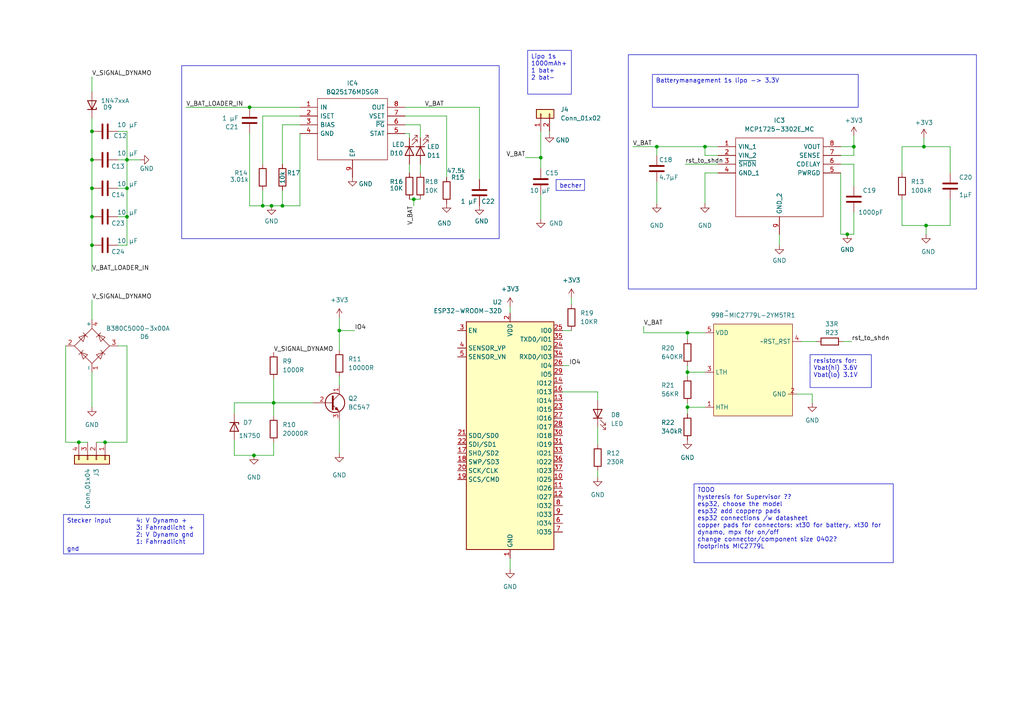
<source format=kicad_sch>
(kicad_sch (version 20230121) (generator eeschema)
  (paper "A4")
  (junction (at 327.025 45.72))
  (junction (at 26.67 54.61))
  (junction (at 245.745 67.945))
  (junction (at 199.39 118.11))
  (junction (at 199.39 107.95))
  (junction (at 26.67 38.1))
  (junction (at 190.5 42.545))
  (junction (at 76.2 59.69))
  (junction (at 424.18 60.325))
  (junction (at 36.83 54.61))
  (junction (at 156.845 45.72))
  (junction (at 79.375 116.84))
  (junction (at 389.255 67.945))
  (junction (at 348.615 70.485))
  (junction (at 397.51 67.945))
  (junction (at 98.425 95.885))
  (junction (at 30.48 128.27))
  (junction (at 78.74 59.69))
  (junction (at 506.73 60.325))
  (junction (at 513.08 60.325))
  (junction (at 493.395 127))
  (junction (at 22.86 128.27))
  (junction (at 335.915 85.725))
  (junction (at 523.24 52.07))
  (junction (at 332.105 123.825))
  (junction (at 73.66 132.08))
  (junction (at 493.395 60.325))
  (junction (at 26.67 71.12))
  (junction (at 268.605 65.405))
  (junction (at 441.96 60.325))
  (junction (at 26.67 62.865))
  (junction (at 327.66 45.72))
  (junction (at 120.015 57.785))
  (junction (at 481.965 145.415))
  (junction (at 431.8 60.325))
  (junction (at 417.83 60.325))
  (junction (at 339.725 123.825))
  (junction (at 340.36 45.72))
  (junction (at 247.65 42.545))
  (junction (at 330.835 45.72))
  (junction (at 335.915 45.72))
  (junction (at 550.545 60.325))
  (junction (at 36.83 62.865))
  (junction (at 26.67 46.355))
  (junction (at 81.915 59.69))
  (junction (at 204.47 42.545))
  (junction (at 199.39 96.52))
  (junction (at 72.39 31.115))
  (junction (at 449.58 60.325))
  (junction (at 36.83 46.355))
  (junction (at 267.97 42.545))
  (junction (at 449.58 62.865))
  (wire (pts (xy 26.67 54.61) (xy 26.67 46.355)))
  (wire (pts (xy 152.4 45.72) (xy 156.845 45.72)))
  (wire (pts (xy 515.62 145.415) (xy 515.62 127)))
  (wire (pts (xy 328.295 95.885) (xy 328.295 123.825)))
  (wire (pts (xy 353.695 67.945) (xy 389.255 67.945)))
  (wire (pts (xy 327.66 45.72) (xy 330.835 45.72)))
  (wire (pts (xy 199.39 96.52) (xy 186.69 96.52)))
  (wire (pts (xy 389.255 67.945) (xy 397.51 67.945)))
  (wire (pts (xy 261.62 65.405) (xy 261.62 57.785)))
  (wire (pts (xy 34.29 100.33) (xy 36.83 100.33)))
  (wire (pts (xy 36.83 46.355) (xy 36.83 38.1)))
  (wire (pts (xy 513.08 60.325) (xy 513.08 63.5)))
  (wire (pts (xy 79.375 116.84) (xy 79.375 120.65)))
  (wire (pts (xy 190.5 42.545) (xy 190.5 45.085)))
  (wire (pts (xy 588.01 52.07) (xy 588.01 84.455)))
  (wire (pts (xy 417.83 67.945) (xy 417.83 71.12)))
  (wire (pts (xy 19.05 128.27) (xy 22.86 128.27)))
  (wire (pts (xy 118.745 38.735) (xy 118.745 40.005)))
  (wire (pts (xy 199.39 106.045) (xy 199.39 107.95)))
  (wire (pts (xy 441.96 60.325) (xy 449.58 60.325)))
  (wire (pts (xy 381.635 60.325) (xy 385.445 60.325)))
  (wire (pts (xy 139.065 31.115) (xy 139.065 52.07)))
  (wire (pts (xy 208.28 45.085) (xy 204.47 45.085)))
  (wire (pts (xy 381.635 57.785) (xy 385.445 57.785)))
  (wire (pts (xy 335.915 45.72) (xy 340.36 45.72)))
  (wire (pts (xy 163.195 95.885) (xy 165.735 95.885)))
  (wire (pts (xy 565.785 74.295) (xy 577.215 74.295)))
  (wire (pts (xy 247.65 39.37) (xy 247.65 42.545)))
  (wire (pts (xy 268.605 65.405) (xy 261.62 65.405)))
  (wire (pts (xy 36.83 62.865) (xy 36.83 54.61)))
  (wire (pts (xy 98.425 92.075) (xy 98.425 95.885)))
  (wire (pts (xy 36.83 71.12) (xy 36.83 62.865)))
  (wire (pts (xy 275.59 57.785) (xy 275.59 65.405)))
  (wire (pts (xy 261.62 42.545) (xy 261.62 50.165)))
  (wire (pts (xy 247.65 61.595) (xy 247.65 67.945)))
  (wire (pts (xy 199.39 118.11) (xy 199.39 120.015)))
  (wire (pts (xy 26.67 71.12) (xy 26.67 62.865)))
  (wire (pts (xy 204.47 118.11) (xy 199.39 118.11)))
  (wire (pts (xy 26.67 86.995) (xy 26.67 92.71)))
  (wire (pts (xy 190.5 42.545) (xy 204.47 42.545)))
  (wire (pts (xy 431.8 70.485) (xy 431.8 68.58)))
  (wire (pts (xy 327.66 45.72) (xy 327.025 45.72)))
  (wire (pts (xy 550.545 60.325) (xy 550.545 69.215)))
  (wire (pts (xy 348.615 70.485) (xy 348.615 60.325)))
  (wire (pts (xy 19.05 100.33) (xy 19.05 128.27)))
  (wire (pts (xy 268.605 65.405) (xy 268.605 67.945)))
  (wire (pts (xy 79.375 132.08) (xy 79.375 128.27)))
  (wire (pts (xy 121.92 47.625) (xy 121.92 50.165)))
  (wire (pts (xy 199.39 118.11) (xy 199.39 116.84)))
  (wire (pts (xy 496.57 65.405) (xy 496.57 67.31)))
  (wire (pts (xy 577.215 60.325) (xy 550.545 60.325)))
  (wire (pts (xy 79.375 116.84) (xy 67.945 116.84)))
  (wire (pts (xy 261.62 42.545) (xy 267.97 42.545)))
  (wire (pts (xy 26.67 46.355) (xy 26.67 38.1)))
  (wire (pts (xy 235.585 114.3) (xy 235.585 116.84)))
  (wire (pts (xy 81.915 55.245) (xy 81.915 59.69)))
  (wire (pts (xy 267.97 40.005) (xy 267.97 42.545)))
  (wire (pts (xy 183.515 42.545) (xy 190.5 42.545)))
  (wire (pts (xy 339.725 123.825) (xy 346.075 123.825)))
  (wire (pts (xy 118.745 38.735) (xy 117.475 38.735)))
  (wire (pts (xy 328.295 123.825) (xy 332.105 123.825)))
  (wire (pts (xy 72.39 31.115) (xy 86.995 31.115)))
  (wire (pts (xy 243.84 50.165) (xy 243.84 67.945)))
  (wire (pts (xy 243.84 45.085) (xy 247.65 45.085)))
  (wire (pts (xy 204.47 50.165) (xy 204.47 59.055)))
  (wire (pts (xy 550.545 140.335) (xy 550.545 156.845)))
  (wire (pts (xy 506.73 73.025) (xy 506.73 97.155)))
  (wire (pts (xy 577.215 60.325) (xy 577.215 64.135)))
  (wire (pts (xy 448.945 67.945) (xy 448.945 76.835)))
  (wire (pts (xy 366.395 85.725) (xy 366.395 108.585)))
  (wire (pts (xy 22.86 128.27) (xy 25.4 128.27)))
  (wire (pts (xy 513.08 71.12) (xy 513.08 96.52)))
  (wire (pts (xy 565.785 92.075) (xy 575.945 92.075)))
  (wire (pts (xy 493.395 120.015) (xy 493.395 127)))
  (wire (pts (xy 81.915 36.195) (xy 86.995 36.195)))
  (wire (pts (xy 81.915 59.69) (xy 86.995 59.69)))
  (wire (pts (xy 117.475 31.115) (xy 139.065 31.115)))
  (wire (pts (xy 36.83 46.355) (xy 34.29 46.355)))
  (wire (pts (xy 481.965 127) (xy 481.965 133.35)))
  (wire (pts (xy 565.785 84.455) (xy 588.01 84.455)))
  (wire (pts (xy 493.395 139.7) (xy 493.395 145.415)))
  (wire (pts (xy 73.66 132.08) (xy 79.375 132.08)))
  (wire (pts (xy 493.395 60.325) (xy 506.73 60.325)))
  (wire (pts (xy 575.945 102.235) (xy 575.945 107.315)))
  (wire (pts (xy 226.06 67.945) (xy 226.06 71.12)))
  (wire (pts (xy 98.425 109.22) (xy 98.425 111.76)))
  (wire (pts (xy 340.36 45.72) (xy 385.445 45.72)))
  (wire (pts (xy 335.915 85.725) (xy 335.915 88.265)))
  (wire (pts (xy 515.62 127) (xy 493.395 127)))
  (wire (pts (xy 173.355 113.665) (xy 173.355 116.205)))
  (wire (pts (xy 173.355 136.525) (xy 173.355 138.43)))
  (wire (pts (xy 389.255 78.105) (xy 389.255 75.565)))
  (wire (pts (xy 493.395 60.325) (xy 493.395 62.865)))
  (wire (pts (xy 36.83 54.61) (xy 36.83 46.355)))
  (wire (pts (xy 588.01 52.07) (xy 523.24 52.07)))
  (wire (pts (xy 72.39 59.69) (xy 72.39 38.735)))
  (wire (pts (xy 36.83 62.865) (xy 34.29 62.865)))
  (wire (pts (xy 156.845 38.1) (xy 156.845 45.72)))
  (wire (pts (xy 327.025 45.72) (xy 321.31 45.72)))
  (wire (pts (xy 330.835 45.72) (xy 330.835 61.595)))
  (wire (pts (xy 156.845 56.515) (xy 156.845 63.5)))
  (wire (pts (xy 204.47 96.52) (xy 199.39 96.52)))
  (wire (pts (xy 523.24 52.07) (xy 523.24 80.645)))
  (wire (pts (xy 493.395 60.325) (xy 493.395 52.07)))
  (wire (pts (xy 78.74 59.69) (xy 81.915 59.69)))
  (wire (pts (xy 247.65 47.625) (xy 247.65 53.975)))
  (wire (pts (xy 190.5 52.705) (xy 190.5 59.055)))
  (wire (pts (xy 72.39 59.69) (xy 76.2 59.69)))
  (wire (pts (xy 81.915 47.625) (xy 81.915 36.195)))
  (wire (pts (xy 424.18 60.325) (xy 431.8 60.325)))
  (wire (pts (xy 36.83 100.33) (xy 36.83 128.27)))
  (wire (pts (xy 36.83 46.355) (xy 40.64 46.355)))
  (wire (pts (xy 36.83 38.1) (xy 34.29 38.1)))
  (wire (pts (xy 78.74 59.69) (xy 76.2 59.69)))
  (wire (pts (xy 481.965 145.415) (xy 481.965 165.1)))
  (wire (pts (xy 488.95 62.865) (xy 493.395 62.865)))
  (wire (pts (xy 199.39 107.95) (xy 199.39 109.22)))
  (wire (pts (xy 471.17 85.725) (xy 471.17 88.9)))
  (wire (pts (xy 26.67 62.865) (xy 26.67 54.61)))
  (wire (pts (xy 231.14 114.3) (xy 235.585 114.3)))
  (wire (pts (xy 120.015 57.785) (xy 121.92 57.785)))
  (wire (pts (xy 208.28 50.165) (xy 204.47 50.165)))
  (wire (pts (xy 232.41 99.06) (xy 236.855 99.06)))
  (wire (pts (xy 244.475 99.06) (xy 247.015 99.06)))
  (wire (pts (xy 453.39 65.405) (xy 449.58 65.405)))
  (wire (pts (xy 424.18 60.325) (xy 417.83 60.325)))
  (wire (pts (xy 488.95 60.325) (xy 493.395 60.325)))
  (wire (pts (xy 493.395 127) (xy 481.965 127)))
  (wire (pts (xy 340.36 54.61) (xy 340.36 57.785)))
  (wire (pts (xy 431.8 60.325) (xy 431.8 60.96)))
  (wire (pts (xy 506.73 60.325) (xy 506.73 65.405)))
  (wire (pts (xy 371.475 70.485) (xy 385.445 70.485)))
  (wire (pts (xy 247.65 42.545) (xy 247.65 45.085)))
  (wire (pts (xy 118.745 57.785) (xy 120.015 57.785)))
  (wire (pts (xy 353.695 62.865) (xy 353.695 67.945)))
  (wire (pts (xy 523.24 88.265) (xy 523.24 140.335)))
  (wire (pts (xy 493.395 127) (xy 493.395 132.08)))
  (wire (pts (xy 204.47 42.545) (xy 204.47 45.085)))
  (wire (pts (xy 577.215 74.295) (xy 577.215 71.755)))
  (wire (pts (xy 353.695 57.785) (xy 348.615 57.785)))
  (wire (pts (xy 245.745 67.945) (xy 247.65 67.945)))
  (wire (pts (xy 493.395 52.07) (xy 523.24 52.07)))
  (wire (pts (xy 340.36 45.72) (xy 340.36 46.99)))
  (wire (pts (xy 163.195 113.665) (xy 173.355 113.665)))
  (wire (pts (xy 36.83 71.12) (xy 34.29 71.12)))
  (wire (pts (xy 335.915 78.105) (xy 335.915 85.725)))
  (wire (pts (xy 186.69 96.52) (xy 186.69 94.615)))
  (wire (pts (xy 397.51 57.15) (xy 397.51 67.945)))
  (wire (pts (xy 76.2 33.655) (xy 76.2 47.625)))
  (wire (pts (xy 30.48 128.27) (xy 36.83 128.27)))
  (wire (pts (xy 102.87 95.885) (xy 98.425 95.885)))
  (wire (pts (xy 208.28 42.545) (xy 204.47 42.545)))
  (wire (pts (xy 243.84 67.945) (xy 245.745 67.945)))
  (wire (pts (xy 90.805 116.84) (xy 79.375 116.84)))
  (wire (pts (xy 441.96 67.945) (xy 441.96 71.12)))
  (wire (pts (xy 26.67 71.12) (xy 26.67 78.74)))
  (wire (pts (xy 26.67 38.1) (xy 26.67 34.29)))
  (wire (pts (xy 385.445 45.72) (xy 385.445 57.785)))
  (wire (pts (xy 268.605 65.405) (xy 275.59 65.405)))
  (wire (pts (xy 348.615 70.485) (xy 348.615 73.025)))
  (wire (pts (xy 147.955 88.9) (xy 147.955 90.805)))
  (wire (pts (xy 397.51 67.945) (xy 406.4 67.945)))
  (wire (pts (xy 453.39 67.945) (xy 448.945 67.945)))
  (wire (pts (xy 173.355 123.825) (xy 173.355 128.905)))
  (wire (pts (xy 488.95 67.945) (xy 488.95 95.885)))
  (wire (pts (xy 493.395 108.585) (xy 493.395 112.395)))
  (wire (pts (xy 275.59 42.545) (xy 275.59 50.165)))
  (wire (pts (xy 129.54 33.655) (xy 129.54 51.435)))
  (wire (pts (xy 343.535 95.885) (xy 346.075 95.885)))
  (wire (pts (xy 449.58 62.865) (xy 449.58 60.325)))
  (wire (pts (xy 156.845 45.72) (xy 156.845 48.895)))
  (wire (pts (xy 575.945 92.075) (xy 575.945 94.615)))
  (wire (pts (xy 26.67 107.95) (xy 26.67 118.11)))
  (wire (pts (xy 120.015 57.785) (xy 120.015 59.69)))
  (wire (pts (xy 337.185 123.825) (xy 339.725 123.825)))
  (wire (pts (xy 147.955 161.925) (xy 147.955 165.1)))
  (wire (pts (xy 406.4 60.325) (xy 417.83 60.325)))
  (wire (pts (xy 36.83 54.61) (xy 34.29 54.61)))
  (wire (pts (xy 330.835 45.72) (xy 335.915 45.72)))
  (wire (pts (xy 449.58 62.865) (xy 449.58 65.405)))
  (wire (pts (xy 67.945 116.84) (xy 67.945 120.015)))
  (wire (pts (xy 118.745 47.625) (xy 118.745 50.165)))
  (wire (pts (xy 366.395 108.585) (xy 493.395 108.585)))
  (wire (pts (xy 86.995 59.69) (xy 86.995 38.735)))
  (wire (pts (xy 76.2 55.245) (xy 76.2 59.69)))
  (wire (pts (xy 79.375 109.855) (xy 79.375 116.84)))
  (wire (pts (xy 330.835 72.39) (xy 330.835 69.215)))
  (wire (pts (xy 267.97 42.545) (xy 275.59 42.545)))
  (wire (pts (xy 327.025 39.37) (xy 327.025 38.1)))
  (wire (pts (xy 332.105 123.825) (xy 334.645 123.825)))
  (wire (pts (xy 496.57 74.93) (xy 496.57 95.885)))
  (wire (pts (xy 385.445 70.485) (xy 385.445 60.325)))
  (wire (pts (xy 27.94 128.27) (xy 30.48 128.27)))
  (wire (pts (xy 26.67 26.67) (xy 26.67 22.225)))
  (wire (pts (xy 453.39 62.865) (xy 449.58 62.865)))
  (wire (pts (xy 481.965 145.415) (xy 493.395 145.415)))
  (wire (pts (xy 431.8 60.325) (xy 441.96 60.325)))
  (wire (pts (xy 98.425 95.885) (xy 98.425 101.6)))
  (wire (pts (xy 199.39 107.95) (xy 204.47 107.95)))
  (wire (pts (xy 67.945 127.635) (xy 67.945 132.08)))
  (wire (pts (xy 513.08 60.325) (xy 550.545 60.325)))
  (wire (pts (xy 523.24 150.495) (xy 523.24 159.385)))
  (wire (pts (xy 159.385 38.1) (xy 159.385 38.735)))
  (wire (pts (xy 424.18 67.945) (xy 424.18 69.85)))
  (wire (pts (xy 488.95 65.405) (xy 496.57 65.405)))
  (wire (pts (xy 335.915 103.505) (xy 335.915 113.665)))
  (wire (pts (xy 86.995 33.655) (xy 76.2 33.655)))
  (wire (pts (xy 348.615 60.325) (xy 353.695 60.325)))
  (wire (pts (xy 406.4 67.945) (xy 406.4 60.325)))
  (wire (pts (xy 165.735 86.36) (xy 165.735 88.265)))
  (wire (pts (xy 198.755 47.625) (xy 208.28 47.625)))
  (wire (pts (xy 98.425 131.445) (xy 98.425 121.92)))
  (wire (pts (xy 243.84 42.545) (xy 247.65 42.545)))
  (wire (pts (xy 400.05 57.15) (xy 400.05 57.785)))
  (wire (pts (xy 506.73 60.325) (xy 513.08 60.325)))
  (wire (pts (xy 340.36 57.785) (xy 340.995 57.785)))
  (wire (pts (xy 117.475 36.195) (xy 121.92 36.195)))
  (wire (pts (xy 481.965 140.97) (xy 481.965 145.415)))
  (wire (pts (xy 346.075 95.885) (xy 346.075 123.825)))
  (wire (pts (xy 335.915 45.72) (xy 335.915 70.485)))
  (wire (pts (xy 53.975 31.115) (xy 72.39 31.115)))
  (wire (pts (xy 449.58 60.325) (xy 453.39 60.325)))
  (wire (pts (xy 199.39 96.52) (xy 199.39 98.425)))
  (wire (pts (xy 67.945 132.08) (xy 73.66 132.08)))
  (wire (pts (xy 363.855 70.485) (xy 348.615 70.485)))
  (wire (pts (xy 163.195 106.045) (xy 165.1 106.045)))
  (wire (pts (xy 117.475 33.655) (xy 129.54 33.655)))
  (wire (pts (xy 243.84 47.625) (xy 247.65 47.625)))
  (wire (pts (xy 121.92 36.195) (xy 121.92 40.005)))
  (wire (pts (xy 335.915 85.725) (xy 366.395 85.725)))
  (wire (pts (xy 575.945 114.935) (xy 575.945 156.845)))
  (rectangle (start 182.245 15.875) (end 283.21 83.82))
  (rectangle (start 321.945 36.195) (end 393.7 83.185))
  (rectangle (start 371.475 117.475) (end 427.355 155.575))
  (rectangle (start 415.29 33.02) (end 517.525 105.41))
  (rectangle (start 52.705 19.05) (end 144.78 69.215))
  (rectangle (start 433.705 106.68) (end 533.4 165.1))
  (rectangle (start 447.675 129.54) (end 447.675 129.54))
  (text_box "Batterymanagement 1s lipo -> 3.3V" (at 189.23 21.59 0) (size 59.69 9.525) (effects (font (size 1.27 1.27)) (justify left top)))
  (text_box "Lipo loader" (at 346.71 41.275 0) (size 25.4 3.81) (effects (font (size 1.27 1.27)) (justify left top)))
  (text_box "The frequency of the hub dynamo will trigger Q1 which will enable us to see the frequency in the IO of the esp32" (at 438.785 118.745 0) (size 26.035 29.21) (effects (font (size 1.27 1.27)) (justify left top)))
  (text_box "becher" (at 161.29 52.07 0) (size 8.255 3.175) (effects (font (size 1.27 1.27)) (justify left top)))
  (text_box "TODO\nhysteresis for Supervisor ??\nesp32, choose the model\nesp32 add copperp pads\nesp32 connections /w datasheet\ncopper pads for connectors: xt30 for battery, xt30 for dynamo, mpx for on/off\nchange connector/component size 0402?\nfootprints MIC2779L\n" (at 201.295 140.335 0) (size 57.785 22.86) (effects (font (size 1.27 1.27)) (justify left top)))
  (text_box "Lipo 1s 1000mAh+\n1 bat+ \n2 bat-" (at 153.035 14.605 0) (size 12.7 12.7) (effects (font (size 1.27 1.27)) (justify left top)))
  (text_box "Stecker input	4: V Dynamo +\n			  	3: Fahrradlicht +\n				2: V Dynamo gnd\n				1: Fahrradlicht gnd" (at 327.66 144.78 0) (size 40.64 11.43) (effects (font (size 1.27 1.27)) (justify left top)))
  (text_box "Stecker input	4: V Dynamo +\n			  	3: Fahrradlicht +\n				2: V Dynamo gnd\n				1: Fahrradlicht gnd" (at 18.415 149.225 0) (size 40.64 11.43) (effects (font (size 1.27 1.27)) (justify left top)))
  (text_box "Lipo 1s 1000mAh+\n1 bat+ \n2 bat-" (at 396.875 37.465 0) (size 12.7 12.7) (effects (font (size 1.27 1.27)) (justify left top)))
  (text_box "Batterymanagement 1s lipo -> 3.3V" (at 434.34 39.37 0) (size 59.69 9.525) (effects (font (size 1.27 1.27)) (justify left top)))
  (text_box "TODO\ncheck if all gnd are supposed to be the same\nwhat to do with SHDN on MCP1725\nspannungsbegrenzung für Lipo lader (Z diode?)\nprogrammierpins/bus für esp32 " (at 373.38 120.015 0) (size 52.07 33.655) (effects (font (size 1.27 1.27)) (justify left top)))
  (text_box "resistors for:\nVbat(hi) 3.6V\nVbat(lo) 3.1V" (at 234.95 102.87 0) (size 17.78 9.525) (effects (font (size 1.27 1.27)) (justify left top)))
  (label "IO4" (at 102.87 95.885 0))
  (label "V_SIGNAL_DYNAMO" (at 26.67 22.225 0))
  (label "V_BAT" (at 123.19 31.115 0))
  (label "V_BAT" (at 183.515 42.545 0))
  (label "V_SIGNAL_DYNAMO" (at 79.375 102.235 0))
  (label "V_BAT" (at 152.4 45.72 180))
  (label "V_BAT_LOADER_IN" (at 53.975 31.115 0))
  (label "V_BAT" (at 186.69 94.615 0))
  (label "V_SIGNAL_DYNAMO" (at 26.67 86.995 0))
  (label "rst_to_shdn" (at 198.755 47.625 0))
  (label "V_BAT_LOADER_IN" (at 26.67 78.74 0))
  (label "rst_to_shdn" (at 247.015 99.06 0))
  (label "V_BAT" (at 120.015 59.69 270))
  (label "IO4" (at 165.1 106.045 0))
  (symbol (lib_id "Device:C") (at 30.48 38.1 90) (mirror x) (unit 1)
    (property "Reference" "C12" (at 36.83 39.37 90) (effects (justify left)))
    (property "Value" "10 μF" (at 40.005 36.195 90) (effects (justify left)))
    (property "Footprint" "Capacitor_THT:C_Rect_L16.5mm_W4.7mm_P15.00mm_MKT" (effects hide))
  )
  (symbol (lib_id "power:GND") (at 73.66 132.08 0) (unit 1)
    (property "Reference" "#PWR024" (effects hide))
    (property "Value" "GND" (at 73.66 138.43 0))
  )
  (symbol (lib_id "power:GND") (at 330.835 72.39 0) (unit 1)
    (property "Reference" "#PWR04" (effects hide))
    (property "Value" "GND" (at 330.835 78.74 0))
  )
  (symbol (lib_id "Device:R") (at 367.665 70.485 270) (unit 1)
    (property "Reference" "R2" (at 370.205 73.025 90))
    (property "Value" "2000R" (at 363.855 73.025 90))
    (property "Footprint" "Resistor_SMD:R_0805_2012Metric_Pad1.20x1.40mm_HandSolder" (effects hide))
  )
  (symbol (lib_id "Diode:1N47xxA") (at 26.67 30.48 270) (mirror x) (unit 1)
    (property "Reference" "D9" (at 29.845 31.115 90) (effects (justify left)))
    (property "Value" "1N47xxA" (at 29.21 29.21 90) (effects (justify left)))
    (property "Footprint" "Diode_THT:D_DO-41_SOD81_P10.16mm_Horizontal" (effects hide))
    (property "Datasheet" "https://www.vishay.com/docs/85816/1n4728a.pdf" (effects hide))
  )
  (symbol (lib_id "power:GND") (at 550.545 156.845 0) (unit 1)
    (property "Reference" "#PWR021" (effects hide))
    (property "Value" "GND" (at 550.545 161.925 0))
  )
  (symbol (lib_id "Connector_Generic:Conn_01x02") (at 397.51 52.07 90) (unit 1)
    (property "Reference" "J2" (at 403.225 50.8 90) (effects (justify right)))
    (property "Value" "Conn_01x02" (at 403.225 53.34 90) (effects (justify right)))
  )
  (symbol (lib_id "Device:R") (at 79.375 106.045 0) (unit 1)
    (property "Reference" "R9" (at 81.915 104.775 0) (effects (justify left)))
    (property "Value" "1000R" (at 81.915 107.315 0) (effects (justify left)))
    (property "Footprint" "Resistor_SMD:R_0805_2012Metric_Pad1.20x1.40mm_HandSolder" (effects hide))
  )
  (symbol (lib_id "power:GND") (at 481.965 165.1 0) (unit 1)
    (property "Reference" "#PWR015" (effects hide))
    (property "Value" "GND" (at 481.965 170.18 0))
  )
  (symbol (lib_id "power:GND") (at 190.5 59.055 0) (unit 1)
    (property "Reference" "#PWR035" (effects hide))
    (property "Value" "GND" (at 190.5 65.405 0))
  )
  (symbol (lib_id "power:GND") (at 488.95 95.885 0) (unit 1)
    (property "Reference" "#PWR016" (effects hide))
    (property "Value" "GND" (at 489.585 100.965 0))
  )
  (symbol (lib_id "Device:LED") (at 173.355 120.015 90) (unit 1)
    (property "Reference" "D8" (at 177.165 120.3325 90) (effects (justify right)))
    (property "Value" "LED" (at 177.165 122.8725 90) (effects (justify right)))
  )
  (symbol (lib_id "Device:R") (at 165.735 92.075 0) (unit 1)
    (property "Reference" "R19" (at 168.275 90.805 0) (effects (justify left)))
    (property "Value" "10KR" (at 168.275 93.345 0) (effects (justify left)))
    (property "Footprint" "Resistor_SMD:R_0805_2012Metric_Pad1.20x1.40mm_HandSolder" (effects hide))
  )
  (symbol (lib_id "power:GND") (at 78.74 59.69 0) (unit 1)
    (property "Reference" "#PWR038" (effects hide))
    (property "Value" "GND" (at 78.74 64.135 0))
  )
  (symbol (lib_id "Device:C") (at 139.065 55.88 0) (mirror y) (unit 1)
    (property "Reference" "C22" (at 143.51 58.42 0) (effects (justify left)))
    (property "Value" "1 μF" (at 138.43 58.42 0) (effects (justify left)))
    (property "Footprint" "Capacitor_THT:C_Rect_L16.5mm_W4.7mm_P15.00mm_MKT" (effects hide))
  )
  (symbol (lib_id "Device:C") (at 327.66 49.53 0) (unit 1)
    (property "Reference" "C3" (at 328.295 47.625 0) (effects (justify left)))
    (property "Value" "10 μF" (at 325.12 52.07 0) (effects (justify left)))
    (property "Footprint" "Capacitor_THT:C_Rect_L16.5mm_W4.7mm_P15.00mm_MKT" (effects hide))
  )
  (symbol (lib_id "Device:R") (at 493.395 135.89 0) (unit 1)
    (property "Reference" "R4" (at 495.935 134.62 0) (effects (justify left)))
    (property "Value" "20000R" (at 495.935 137.16 0) (effects (justify left)))
    (property "Footprint" "Resistor_SMD:R_0805_2012Metric_Pad1.20x1.40mm_HandSolder" (effects hide))
  )
  (symbol (lib_id "Device:C") (at 417.83 64.135 0) (unit 1)
    (property "Reference" "C6" (at 418.465 61.595 0) (effects (justify left)))
    (property "Value" "10 μF" (at 412.115 66.675 0) (effects (justify left)))
    (property "Footprint" "Capacitor_THT:C_Rect_L16.5mm_W4.7mm_P15.00mm_MKT" (effects hide))
  )
  (symbol (lib_id "Diode_Bridge:B380C5000-3x00A") (at 26.67 100.33 90) (unit 1)
    (property "Reference" "D6" (at 41.91 97.6377 90))
    (property "Value" "B380C5000-3x00A" (at 40.005 95.25 90))
    (property "Footprint" "Diode_THT:Diode_Bridge_32.0x5.6x17.0mm_P10.0mm_P7.5mm" (effects hide))
    (property "Datasheet" "https://diotec.com/tl_files/diotec/files/pdf/datasheets/b40c500033" (effects hide))
  )
  (symbol (lib_id "Device:R") (at 98.425 105.41 0) (unit 1)
    (property "Reference" "R11" (at 100.965 104.14 0) (effects (justify left)))
    (property "Value" "10000R" (at 100.965 106.68 0) (effects (justify left)))
    (property "Footprint" "Resistor_SMD:R_0805_2012Metric_Pad1.20x1.40mm_HandSolder" (effects hide))
  )
  (symbol (lib_id "Device:C") (at 190.5 48.895 0) (unit 1)
    (property "Reference" "C18" (at 191.135 46.355 0) (effects (justify left)))
    (property "Value" "4.7μF" (at 191.135 51.435 0) (effects (justify left)))
    (property "Footprint" "Capacitor_THT:C_Rect_L16.5mm_W4.7mm_P15.00mm_MKT" (effects hide))
  )
  (symbol (lib_id "power:GND") (at 226.06 71.12 0) (unit 1)
    (property "Reference" "#PWR037" (effects hide))
    (property "Value" "GND" (at 226.06 75.565 0))
  )
  (symbol (lib_id "Device:C") (at 330.835 65.405 0) (unit 1)
    (property "Reference" "C4" (at 325.755 61.595 0) (effects (justify left)))
    (property "Value" "4.7μF" (at 323.85 64.135 0) (effects (justify left)))
    (property "Footprint" "Capacitor_THT:C_Rect_L16.5mm_W4.7mm_P15.00mm_MKT" (effects hide))
  )
  (symbol (lib_id "Device:LED") (at 118.745 43.815 90) (mirror x) (unit 1)
    (property "Reference" "D10" (at 113.03 44.45 90) (effects (justify right)))
    (property "Value" "LED" (at 113.665 41.91 90) (effects (justify right)))
  )
  (symbol (lib_id "New_Library:998-MIC2779L-2YM5TR") (at 218.44 102.87 0) (unit 1)
    (property "Reference" "998-MIC2779L-2YM5TR1" (at 218.44 91.44 0))
    (property "Value" "~" (at 210.82 90.17 0))
  )
  (symbol (lib_id "Device:C") (at 156.845 52.705 0) (unit 1)
    (property "Reference" "C15" (at 158.115 50.165 0) (effects (justify left)))
    (property "Value" "10 μF" (at 153.67 55.245 0) (effects (justify left)))
    (property "Footprint" "Capacitor_THT:C_Rect_L16.5mm_W4.7mm_P15.00mm_MKT" (effects hide))
  )
  (symbol (lib_id "power:GND") (at 156.845 63.5 0) (unit 1)
    (property "Reference" "#PWR031" (effects hide))
    (property "Value" "GND" (at 161.29 64.77 0))
  )
  (symbol (lib_id "power:GND") (at 235.585 116.84 0) (unit 1)
    (property "Reference" "#PWR046" (effects hide))
    (property "Value" "GND" (at 235.585 121.92 0))
  )
  (symbol (lib_id "Device:C") (at 30.48 46.355 90) (mirror x) (unit 1)
    (property "Reference" "C13" (at 36.195 48.26 90) (effects (justify left)))
    (property "Value" "10 μF" (at 40.005 44.45 90) (effects (justify left)))
    (property "Footprint" "Capacitor_THT:C_Rect_L16.5mm_W4.7mm_P15.00mm_MKT" (effects hide))
  )
  (symbol (lib_id "power:GND") (at 496.57 95.885 0) (unit 1)
    (property "Reference" "#PWR017" (effects hide))
    (property "Value" "GND" (at 497.205 100.965 0))
  )
  (symbol (lib_id "power:GND") (at 98.425 131.445 0) (unit 1)
    (property "Reference" "#PWR029" (effects hide))
    (property "Value" "GND" (at 98.425 137.795 0))
  )
  (symbol (lib_id "power:GND") (at 348.615 73.025 0) (unit 1)
    (property "Reference" "#PWR06" (effects hide))
    (property "Value" "GND" (at 348.615 79.375 0))
  )
  (symbol (lib_id "power:GND") (at 129.54 59.055 0) (unit 1)
    (property "Reference" "#PWR039" (effects hide))
    (property "Value" "GND" (at 128.905 64.77 0))
  )
  (symbol (lib_id "Device:R") (at 118.745 53.975 0) (unit 1)
    (property "Reference" "R16" (at 113.03 52.705 0) (effects (justify left)))
    (property "Value" "10K" (at 113.03 54.61 0) (effects (justify left)))
    (property "Footprint" "Resistor_SMD:R_0805_2012Metric_Pad1.20x1.40mm_HandSolder" (effects hide))
  )
  (symbol (lib_id "Device:R") (at 523.24 84.455 0) (unit 1)
    (property "Reference" "R6" (at 525.78 83.185 0) (effects (justify left)))
    (property "Value" "10000R" (at 525.78 85.725 0) (effects (justify left)))
    (property "Footprint" "Resistor_SMD:R_0805_2012Metric_Pad1.20x1.40mm_HandSolder" (effects hide))
  )
  (symbol (lib_id "Device:R") (at 575.945 111.125 0) (unit 1)
    (property "Reference" "R7" (at 578.485 109.855 0) (effects (justify left)))
    (property "Value" "230R" (at 578.485 112.395 0) (effects (justify left)))
  )
  (symbol (lib_id "Device:R") (at 344.805 57.785 270) (unit 1)
    (property "Reference" "R1" (at 346.075 59.69 0) (effects (justify left)))
    (property "Value" "470R" (at 343.535 59.69 0) (effects (justify left)))
  )
  (symbol (lib_id "Diode:1N53xxB") (at 67.945 123.825 270) (unit 1)
    (property "Reference" "D7" (at 70.485 122.555 90) (effects (justify left)))
    (property "Value" "1N750" (at 69.215 126.365 90) (effects (justify left)))
    (property "Footprint" "Diode_THT:D_DO-201_P15.24mm_Horizontal" (effects hide))
    (property "Datasheet" "https://diotec.com/tl_files/diotec/files/pdf/datasheets/1n5345b.pdf" (effects hide))
  )
  (symbol (lib_id "power:+3V3") (at 267.97 40.005 0) (unit 1)
    (property "Reference" "#PWR034" (effects hide))
    (property "Value" "+3V3" (at 267.97 35.56 0))
  )
  (symbol (lib_id "Device:R") (at 199.39 123.825 0) (unit 1)
    (property "Reference" "R22" (at 191.77 122.555 0) (effects (justify left)))
    (property "Value" "340kR" (at 191.77 125.095 0) (effects (justify left)))
    (property "Footprint" "Resistor_SMD:R_0805_2012Metric_Pad1.20x1.40mm_HandSolder" (effects hide))
  )
  (symbol (lib_id "Diode:1N53xxB") (at 481.965 137.16 270) (unit 1)
    (property "Reference" "D4" (at 484.505 135.89 90) (effects (justify left)))
    (property "Value" "1N750" (at 483.235 139.7 90) (effects (justify left)))
    (property "Footprint" "Diode_THT:D_DO-201_P15.24mm_Horizontal" (effects hide))
    (property "Datasheet" "https://diotec.com/tl_files/diotec/files/pdf/datasheets/1n5345b.pdf" (effects hide))
  )
  (symbol (lib_id "power:GND") (at 26.67 118.11 0) (unit 1)
    (property "Reference" "#PWR023" (effects hide))
    (property "Value" "GND" (at 26.67 123.19 0))
  )
  (symbol (lib_id "Transistor_BJT:BC547") (at 520.7 145.415 0) (unit 1)
    (property "Reference" "Q1" (at 525.78 144.145 0) (effects (justify left)))
    (property "Value" "BC547" (at 525.78 146.685 0) (effects (justify left)))
    (property "Footprint" "Package_TO_SOT_THT:TO-92_Inline" (effects hide))
    (property "Datasheet" "https://www.onsemi.com/pub/Collateral/BC550-D.pdf" (effects hide))
  )
  (symbol (lib_id "power:GND") (at 335.915 113.665 0) (unit 1)
    (property "Reference" "#PWR05" (effects hide))
    (property "Value" "GND" (at 335.915 118.745 0))
  )
  (symbol (lib_id "Device:C") (at 389.255 71.755 0) (unit 1)
    (property "Reference" "C5" (at 382.905 73.025 0) (effects (justify left)))
    (property "Value" "4.7μF" (at 382.27 76.2 0) (effects (justify left)))
    (property "Footprint" "Capacitor_THT:C_Rect_L16.5mm_W4.7mm_P15.00mm_MKT" (effects hide))
  )
  (symbol (lib_id "power:GND") (at 173.355 138.43 0) (unit 1)
    (property "Reference" "#PWR027" (effects hide))
    (property "Value" "GND" (at 173.355 143.51 0))
  )
  (symbol (lib_id "Device:C") (at 321.31 49.53 0) (unit 1)
    (property "Reference" "C1" (at 321.945 47.625 0) (effects (justify left)))
    (property "Value" "10 μF" (at 318.77 52.07 0) (effects (justify left)))
    (property "Footprint" "Capacitor_THT:C_Rect_L16.5mm_W4.7mm_P15.00mm_MKT" (effects hide))
  )
  (symbol (lib_id "Device:R") (at 79.375 124.46 0) (unit 1)
    (property "Reference" "R10" (at 81.915 123.19 0) (effects (justify left)))
    (property "Value" "20000R" (at 81.915 125.73 0) (effects (justify left)))
    (property "Footprint" "Resistor_SMD:R_0805_2012Metric_Pad1.20x1.40mm_HandSolder" (effects hide))
  )
  (symbol (lib_id "power:GND") (at 159.385 38.735 0) (unit 1)
    (property "Reference" "#PWR030" (effects hide))
    (property "Value" "GND" (at 163.195 40.64 0))
  )
  (symbol (lib_id "power:+3V3") (at 98.425 92.075 0) (unit 1)
    (property "Reference" "#PWR025" (effects hide))
    (property "Value" "+3V3" (at 98.425 86.995 0))
  )
  (symbol (lib_id "Diode:1N47xxA") (at 335.915 74.295 270) (unit 1)
    (property "Reference" "D1" (at 339.09 71.755 90) (effects (justify left)))
    (property "Value" "1N47xxA" (at 337.82 74.93 90) (effects (justify left)))
    (property "Footprint" "Diode_THT:D_DO-41_SOD81_P10.16mm_Horizontal" (effects hide))
    (property "Datasheet" "https://www.vishay.com/docs/85816/1n4728a.pdf" (effects hide))
  )
  (symbol (lib_id "Connector_Generic:Conn_01x04") (at 27.94 133.35 270) (unit 1)
    (property "Reference" "J3" (at 27.94 135.89 0) (effects (justify left)))
    (property "Value" "Conn_01x04" (at 25.4 135.89 0) (effects (justify left)))
  )
  (symbol (lib_id "Connector_Generic:Conn_01x04") (at 337.185 128.905 270) (unit 1)
    (property "Reference" "J1" (at 337.185 131.445 0) (effects (justify left)))
    (property "Value" "Conn_01x04" (at 334.645 131.445 0) (effects (justify left)))
  )
  (symbol (lib_id "power:GND") (at 147.955 165.1 0) (unit 1)
    (property "Reference" "#PWR026" (effects hide))
    (property "Value" "GND" (at 147.955 170.18 0))
  )
  (symbol (lib_id "RF_Module:ESP32-WROOM-32D") (at 147.955 126.365 0) (unit 1)
    (property "Reference" "U2" (at 142.875 87.63 0) (effects (justify left)))
    (property "Value" "ESP32-WROOM-32D" (at 125.73 90.17 0) (effects (justify left)))
    (property "Footprint" "RF_Module:ESP32-WROOM-32D" (effects hide))
    (property "Datasheet" "https://www.espressif.com/sites/default/files/documentation/esp32-wroom-32d_esp32-wroom-32u_datasheet_en.pdf" (effects hide))
  )
  (symbol (lib_id "Device:R") (at 493.395 116.205 0) (unit 1)
    (property "Reference" "R3" (at 495.935 114.935 0) (effects (justify left)))
    (property "Value" "1000R" (at 495.935 117.475 0) (effects (justify left)))
    (property "Footprint" "Resistor_SMD:R_0805_2012Metric_Pad1.20x1.40mm_HandSolder" (effects hide))
  )
  (symbol (lib_id "power:GND") (at 321.31 53.34 0) (unit 1)
    (property "Reference" "#PWR01" (effects hide))
    (property "Value" "GND" (at 321.31 59.69 0))
  )
  (symbol (lib_id "power:GND") (at 389.255 78.105 0) (unit 1)
    (property "Reference" "#PWR07" (effects hide))
    (property "Value" "GND" (at 389.255 84.455 0))
  )
  (symbol (lib_id "Device:LED") (at 340.36 50.8 90) (unit 1)
    (property "Reference" "D3" (at 344.17 51.1175 90) (effects (justify right)))
    (property "Value" "LED" (at 344.17 53.6575 90) (effects (justify right)))
  )
  (symbol (lib_id "Device:R") (at 173.355 132.715 0) (unit 1)
    (property "Reference" "R12" (at 175.895 131.445 0) (effects (justify left)))
    (property "Value" "230R" (at 175.895 133.985 0) (effects (justify left)))
  )
  (symbol (lib_id "Device:R") (at 577.215 67.945 0) (unit 1)
    (property "Reference" "R8" (at 579.755 66.675 0) (effects (justify left)))
    (property "Value" "10KR" (at 579.755 69.215 0) (effects (justify left)))
    (property "Footprint" "Resistor_SMD:R_0805_2012Metric_Pad1.20x1.40mm_HandSolder" (effects hide))
  )
  (symbol (lib_id "power:GND") (at 327.66 53.34 0) (unit 1)
    (property "Reference" "#PWR03" (effects hide))
    (property "Value" "GND" (at 327.66 59.69 0))
  )
  (symbol (lib_id "Device:C") (at 496.57 71.12 0) (unit 1)
    (property "Reference" "C10" (at 499.11 68.58 0) (effects (justify left)))
    (property "Value" "1000pF" (at 497.84 74.93 0) (effects (justify left)))
    (property "Footprint" "Capacitor_THT:C_Rect_L16.5mm_W4.7mm_P15.00mm_MKT" (effects hide))
  )
  (symbol (lib_id "MCP1725-3302E/MC lib:MCP1725-3302E_MC") (at 453.39 60.325 0) (unit 1)
    (property "Reference" "IC2" (at 471.17 52.705 0))
    (property "Value" "MCP1725-3302E_MC" (at 471.17 55.245 0))
    (property "Footprint" "SON50P300X200X100-9N-D" (effects hide))
    (property "Datasheet" "http://www.microchip.com/mymicrochip/filehandler.aspx?ddocname=en520352" (effects hide))
    (property "Description" "Microchip MCP1725-3302E/MC, LDO Voltage Regulator, 500mA, 3.3 V 2%, 2.3  6 Vin, 8-Pin DFN" (effects hide))
    (property "Height" "1" (effects hide))
    (property "Mouser Part Number" "579-MCP1725-3302E/MC" (effects hide))
    (property "Mouser Price/Stock" "https://www.mouser.co.uk/ProductDetail/Microchip-Technology-Atmel/MCP1725-3302E-MC?qs=gsqZ4L1luKrtGwR6M1mC7A%3D%3D" (effects hide))
    (property "Manufacturer_Name" "Microchip" (effects hide))
    (property "Manufacturer_Part_Number" "MCP1725-3302E/MC" (effects hide))
  )
  (symbol (lib_id "power:+3V3") (at 247.65 39.37 0) (unit 1)
    (property "Reference" "#PWR033" (effects hide))
    (property "Value" "+3V3" (at 247.65 34.925 0))
  )
  (symbol (lib_id "Device:R") (at 129.54 55.245 0) (unit 1)
    (property "Reference" "R15" (at 130.81 51.435 0) (effects (justify left)))
    (property "Value" "47.5k" (at 129.54 49.53 0) (effects (justify left)))
    (property "Footprint" "Resistor_SMD:R_0805_2012Metric_Pad1.20x1.40mm_HandSolder" (effects hide))
  )
  (symbol (lib_id "power:GND") (at 523.24 159.385 0) (unit 1)
    (property "Reference" "#PWR020" (effects hide))
    (property "Value" "GND" (at 523.24 165.735 0))
  )
  (symbol (lib_id "RF_Module:ESP32-WROOM-32D") (at 550.545 104.775 0) (unit 1)
    (property "Reference" "U1" (at 552.5009 66.675 0) (effects (justify left)))
    (property "Value" "ESP32-WROOM-32D" (at 552.5009 69.215 0) (effects (justify left)))
    (property "Footprint" "RF_Module:ESP32-WROOM-32D" (effects hide))
    (property "Datasheet" "https://www.espressif.com/sites/default/files/documentation/esp32-wroom-32d_esp32-wroom-32u_datasheet_en.pdf" (effects hide))
  )
  (symbol (lib_id "power:GND") (at 245.745 67.945 0) (unit 1)
    (property "Reference" "#PWR044" (effects hide))
    (property "Value" "GND" (at 245.745 72.39 0))
  )
  (symbol (lib_id "Device:C") (at 431.8 64.77 0) (unit 1)
    (property "Reference" "C8" (at 434.975 62.865 0) (effects (justify left)))
    (property "Value" "10 μF" (at 433.705 67.945 0) (effects (justify left)))
    (property "Footprint" "Capacitor_THT:C_Rect_L16.5mm_W4.7mm_P15.00mm_MKT" (effects hide))
  )
  (symbol (lib_id "Device:R") (at 199.39 113.03 0) (unit 1)
    (property "Reference" "R21" (at 191.77 111.76 0) (effects (justify left)))
    (property "Value" "56KR" (at 191.77 114.3 0) (effects (justify left)))
    (property "Footprint" "Resistor_SMD:R_0805_2012Metric_Pad1.20x1.40mm_HandSolder" (effects hide))
  )
  (symbol (lib_id "Device:C") (at 513.08 67.31 0) (unit 1)
    (property "Reference" "C11" (at 515.62 64.77 0) (effects (justify left)))
    (property "Value" "1µF" (at 514.35 71.12 0) (effects (justify left)))
    (property "Footprint" "Capacitor_THT:C_Rect_L16.5mm_W4.7mm_P15.00mm_MKT" (effects hide))
  )
  (symbol (lib_id "Device:R") (at 506.73 69.215 0) (unit 1)
    (property "Reference" "R5" (at 509.27 67.945 0) (effects (justify left)))
    (property "Value" "100kR" (at 509.27 70.485 0) (effects (justify left)))
  )
  (symbol (lib_id "Device:C") (at 327.025 41.91 180) (unit 1)
    (property "Reference" "C2" (at 323.215 43.18 0) (effects (justify left)))
    (property "Value" "10 μF" (at 324.485 39.37 0) (effects (justify left)))
    (property "Footprint" "Capacitor_THT:C_Rect_L16.5mm_W4.7mm_P15.00mm_MKT" (effects hide))
  )
  (symbol (lib_id "MCP73831T-2ACI_OT lib:MCP73831T-2ACI_OT") (at 353.695 57.785 0) (unit 1)
    (property "Reference" "IC1" (at 367.665 50.165 0))
    (property "Value" "MCP73831T-2ACI_OT" (at 367.665 52.705 0))
    (property "Footprint" "SOT95P270X145-5N" (effects hide))
    (property "Datasheet" "http://ww1.microchip.com/downloads/en/DeviceDoc/20001984g.pdf" (effects hide))
    (property "Description" "Li-Ion Charge Controller 4.2V SOT23-5" (effects hide))
    (property "Height" "1.45" (effects hide))
    (property "Mouser Part Number" "579-MCP73831T-2ACIOT" (effects hide))
    (property "Mouser Price/Stock" "https://www.mouser.co.uk/ProductDetail/Microchip-Technology/MCP73831T-2ACI-OT?qs=yUQqVecv4qvbBQBGbHx0Mw%3D%3D" (effects hide))
    (property "Manufacturer_Name" "Microchip" (effects hide))
    (property "Manufacturer_Part_Number" "MCP73831T-2ACI/OT" (effects hide))
  )
  (symbol (lib_id "BQ25176MDSGR lib:BQ25176MDSGR") (at 86.995 31.115 0) (unit 1)
    (property "Reference" "IC4" (at 102.235 24.13 0))
    (property "Value" "BQ25176MDSGR" (at 102.235 26.67 0))
    (property "Footprint" "SON50P200X200X80-9N" (effects hide))
    (property "Datasheet" "https://www.ti.com/lit/gpn/bq25176m" (effects hide))
    (property "Description" "Battery Management 800-mA linear battery charger for one-cell Li-ion and LiFePO4 with VINDPM 8-WSON -40 to 125" (effects hide))
    (property "Height" "0.8" (effects hide))
    (property "Mouser Part Number" "595-BQ25176MDSGR" (effects hide))
    (property "Mouser Price/Stock" "https://www.mouser.co.uk/ProductDetail/Texas-Instruments/BQ25176MDSGR?qs=Y0Uzf4wQF3nVhcdITj52nA%3D%3D" (effects hide))
    (property "Manufacturer_Name" "Texas Instruments" (effects hide))
    (property "Manufacturer_Part_Number" "BQ25176MDSGR" (effects hide))
  )
  (symbol (lib_id "Device:R") (at 199.39 102.235 0) (unit 1)
    (property "Reference" "R20" (at 191.77 100.965 0) (effects (justify left)))
    (property "Value" "640KR" (at 191.77 103.505 0) (effects (justify left)))
    (property "Footprint" "Resistor_SMD:R_0805_2012Metric_Pad1.20x1.40mm_HandSolder" (effects hide))
  )
  (symbol (lib_id "Device:C") (at 30.48 62.865 90) (mirror x) (unit 1)
    (property "Reference" "C23" (at 36.195 64.77 90) (effects (justify left)))
    (property "Value" "10 μF" (at 40.005 61.595 90) (effects (justify left)))
    (property "Footprint" "Capacitor_THT:C_Rect_L16.5mm_W4.7mm_P15.00mm_MKT" (effects hide))
  )
  (symbol (lib_id "power:GND") (at 431.8 70.485 0) (unit 1)
    (property "Reference" "#PWR011" (effects hide))
    (property "Value" "GND" (at 431.8 76.835 0))
  )
  (symbol (lib_id "Device:R") (at 240.665 99.06 90) (unit 1)
    (property "Reference" "R23" (at 243.205 96.52 90) (effects (justify left)))
    (property "Value" "33R" (at 243.205 93.98 90) (effects (justify left)))
    (property "Footprint" "Resistor_SMD:R_0805_2012Metric_Pad1.20x1.40mm_HandSolder" (effects hide))
  )
  (symbol (lib_id "Device:C") (at 424.18 64.135 0) (unit 1)
    (property "Reference" "C7" (at 424.815 62.23 0) (effects (justify left)))
    (property "Value" "10 μF" (at 421.64 66.675 0) (effects (justify left)))
    (property "Footprint" "Capacitor_THT:C_Rect_L16.5mm_W4.7mm_P15.00mm_MKT" (effects hide))
  )
  (symbol (lib_id "Connector_Generic:Conn_01x02") (at 156.845 33.02 90) (unit 1)
    (property "Reference" "J4" (at 162.56 31.75 90) (effects (justify right)))
    (property "Value" "Conn_01x02" (at 162.56 34.29 90) (effects (justify right)))
  )
  (symbol (lib_id "power:GND") (at 575.945 156.845 0) (unit 1)
    (property "Reference" "#PWR022" (effects hide))
    (property "Value" "GND" (at 575.945 161.925 0))
  )
  (symbol (lib_id "power:GND") (at 441.96 71.12 0) (unit 1)
    (property "Reference" "#PWR012" (effects hide))
    (property "Value" "GND" (at 441.96 77.47 0))
  )
  (symbol (lib_id "power:GND") (at 102.235 51.435 0) (unit 1)
    (property "Reference" "#PWR040" (effects hide))
    (property "Value" "GND" (at 106.045 53.34 0))
  )
  (symbol (lib_id "power:GND") (at 400.05 57.785 0) (unit 1)
    (property "Reference" "#PWR08" (effects hide))
    (property "Value" "GND" (at 400.05 64.135 0))
  )
  (symbol (lib_id "Transistor_BJT:BC547") (at 95.885 116.84 0) (unit 1)
    (property "Reference" "Q2" (at 100.965 115.57 0) (effects (justify left)))
    (property "Value" "BC547" (at 100.965 118.11 0) (effects (justify left)))
    (property "Footprint" "Package_TO_SOT_THT:TO-92_Inline" (effects hide))
    (property "Datasheet" "https://www.onsemi.com/pub/Collateral/BC550-D.pdf" (effects hide))
  )
  (symbol (lib_id "Device:C") (at 247.65 57.785 0) (unit 1)
    (property "Reference" "C19" (at 250.19 55.245 0) (effects (justify left)))
    (property "Value" "1000pF" (at 248.92 61.595 0) (effects (justify left)))
    (property "Footprint" "Capacitor_THT:C_Rect_L16.5mm_W4.7mm_P15.00mm_MKT" (effects hide))
  )
  (symbol (lib_id "Device:R") (at 121.92 53.975 0) (unit 1)
    (property "Reference" "R18" (at 123.19 52.705 0) (effects (justify left)))
    (property "Value" "10K" (at 123.19 55.245 0) (effects (justify left)))
    (property "Footprint" "Resistor_SMD:R_0805_2012Metric_Pad1.20x1.40mm_HandSolder" (effects hide))
  )
  (symbol (lib_id "Device:R") (at 76.2 51.435 0) (unit 1)
    (property "Reference" "R14" (at 67.945 50.165 0) (effects (justify left)))
    (property "Value" "3.01k" (at 66.675 52.07 0) (effects (justify left)))
    (property "Footprint" "Resistor_SMD:R_0805_2012Metric_Pad1.20x1.40mm_HandSolder" (effects hide))
  )
  (symbol (lib_id "Device:LED") (at 121.92 43.815 90) (mirror x) (unit 1)
    (property "Reference" "D11" (at 123.825 45.085 90) (effects (justify right)))
    (property "Value" "LED" (at 123.825 42.545 90) (effects (justify right)))
  )
  (symbol (lib_id "Device:C") (at 30.48 71.12 90) (mirror x) (unit 1)
    (property "Reference" "C24" (at 36.195 73.025 90) (effects (justify left)))
    (property "Value" "10 μF" (at 40.005 69.85 90) (effects (justify left)))
    (property "Footprint" "Capacitor_THT:C_Rect_L16.5mm_W4.7mm_P15.00mm_MKT" (effects hide))
  )
  (symbol (lib_id "power:+3V3") (at 165.735 86.36 0) (unit 1)
    (property "Reference" "#PWR043" (effects hide))
    (property "Value" "+3V3" (at 165.735 81.28 0))
  )
  (symbol (lib_id "power:GND") (at 268.605 67.945 0) (unit 1)
    (property "Reference" "#PWR041" (effects hide))
    (property "Value" "GND" (at 269.24 73.025 0))
  )
  (symbol (lib_id "Device:LED") (at 575.945 98.425 90) (unit 1)
    (property "Reference" "D5" (at 579.755 98.7425 90) (effects (justify right)))
    (property "Value" "LED" (at 579.755 101.2825 90) (effects (justify right)))
  )
  (symbol (lib_id "Device:C") (at 30.48 54.61 90) (mirror x) (unit 1)
    (property "Reference" "C14" (at 36.195 56.515 90) (effects (justify left)))
    (property "Value" "10 μF" (at 40.005 53.34 90) (effects (justify left)))
    (property "Footprint" "Capacitor_THT:C_Rect_L16.5mm_W4.7mm_P15.00mm_MKT" (effects hide))
  )
  (symbol (lib_id "power:GND") (at 40.64 46.355 90) (mirror x) (unit 1)
    (property "Reference" "#PWR032" (effects hide))
    (property "Value" "GND" (at 42.545 48.895 90))
  )
  (symbol (lib_id "power:+3V3") (at 147.955 88.9 0) (unit 1)
    (property "Reference" "#PWR028" (effects hide))
    (property "Value" "+3V3" (at 147.955 83.82 0))
  )
  (symbol (lib_id "power:GND") (at 327.025 39.37 180) (unit 1)
    (property "Reference" "#PWR02" (effects hide))
    (property "Value" "GND" (at 330.835 38.1 0))
  )
  (symbol (lib_id "power:GND") (at 506.73 97.155 0) (unit 1)
    (property "Reference" "#PWR018" (effects hide))
    (property "Value" "GND" (at 506.73 103.505 0))
  )
  (symbol (lib_id "Device:C") (at 441.96 64.135 0) (unit 1)
    (property "Reference" "C9" (at 445.77 62.865 0) (effects (justify left)))
    (property "Value" "4.7μF" (at 443.865 67.31 0) (effects (justify left)))
    (property "Footprint" "Capacitor_THT:C_Rect_L16.5mm_W4.7mm_P15.00mm_MKT" (effects hide))
  )
  (symbol (lib_id "power:GND") (at 424.18 69.85 0) (unit 1)
    (property "Reference" "#PWR010" (effects hide))
    (property "Value" "GND" (at 424.18 76.2 0))
  )
  (symbol (lib_id "power:GND") (at 448.945 76.835 0) (unit 1)
    (property "Reference" "#PWR013" (effects hide))
    (property "Value" "GND" (at 448.945 83.185 0))
  )
  (symbol (lib_id "power:GND") (at 513.08 96.52 0) (unit 1)
    (property "Reference" "#PWR019" (effects hide))
    (property "Value" "GND" (at 513.715 101.6 0))
  )
  (symbol (lib_id "power:GND") (at 204.47 59.055 0) (unit 1)
    (property "Reference" "#PWR036" (effects hide))
    (property "Value" "GND" (at 204.47 65.405 0))
  )
  (symbol (lib_id "Device:C") (at 275.59 53.975 0) (unit 1)
    (property "Reference" "C20" (at 278.13 51.435 0) (effects (justify left)))
    (property "Value" "1µF" (at 278.13 56.515 0) (effects (justify left)))
    (property "Footprint" "Capacitor_THT:C_Rect_L16.5mm_W4.7mm_P15.00mm_MKT" (effects hide))
  )
  (symbol (lib_id "Diode_Bridge:B380C5000-3x00A") (at 335.915 95.885 90) (unit 1)
    (property "Reference" "D2" (at 351.155 93.1927 90))
    (property "Value" "B380C5000-3x00A" (at 349.25 90.805 90))
    (property "Footprint" "Diode_THT:Diode_Bridge_32.0x5.6x17.0mm_P10.0mm_P7.5mm" (effects hide))
    (property "Datasheet" "https://diotec.com/tl_files/diotec/files/pdf/datasheets/b40c500033" (effects hide))
  )
  (symbol (lib_id "power:GND") (at 199.39 127.635 0) (unit 1)
    (property "Reference" "#PWR045" (effects hide))
    (property "Value" "GND" (at 199.39 132.715 0))
  )
  (symbol (lib_id "power:GND") (at 139.065 59.69 0) (unit 1)
    (property "Reference" "#PWR042" (effects hide))
    (property "Value" "GND" (at 139.7 64.135 0))
  )
  (symbol (lib_id "power:GND") (at 417.83 71.12 0) (unit 1)
    (property "Reference" "#PWR09" (effects hide))
    (property "Value" "GND" (at 417.83 77.47 0))
  )
  (symbol (lib_id "Device:R") (at 81.915 51.435 0) (unit 1)
    (property "Reference" "R17" (at 83.185 50.165 0) (effects (justify left)))
    (property "Value" "10k" (at 81.915 53.34 90) (effects (justify left)))
    (property "Footprint" "Resistor_SMD:R_0805_2012Metric_Pad1.20x1.40mm_HandSolder" (effects hide))
  )
  (symbol (lib_id "power:GND") (at 471.17 88.9 0) (unit 1)
    (property "Reference" "#PWR014" (effects hide))
    (property "Value" "GND" (at 471.17 95.25 0))
  )
  (symbol (lib_id "Device:R") (at 261.62 53.975 0) (unit 1)
    (property "Reference" "R13" (at 264.16 52.705 0) (effects (justify left)))
    (property "Value" "100kR" (at 264.16 55.245 0) (effects (justify left)))
  )
  (symbol (lib_id "Device:C") (at 72.39 34.925 0) (mirror y) (unit 1)
    (property "Reference" "C21" (at 69.215 36.83 0) (effects (justify left)))
    (property "Value" "1 μF" (at 69.215 34.29 0) (effects (justify left)))
    (property "Footprint" "Capacitor_THT:C_Rect_L16.5mm_W4.7mm_P15.00mm_MKT" (effects hide))
  )
  (symbol (lib_id "MCP1725-3302E/MC lib:MCP1725-3302E_MC") (at 208.28 42.545 0) (unit 1)
    (property "Reference" "IC3" (at 226.06 34.925 0))
    (property "Value" "MCP1725-3302E_MC" (at 226.06 37.465 0))
    (property "Footprint" "SON50P300X200X100-9N-D" (effects hide))
    (property "Datasheet" "http://www.microchip.com/mymicrochip/filehandler.aspx?ddocname=en520352" (effects hide))
    (property "Description" "Microchip MCP1725-3302E/MC, LDO Voltage Regulator, 500mA, 3.3 V 2%, 2.3  6 Vin, 8-Pin DFN" (effects hide))
    (property "Height" "1" (effects hide))
    (property "Mouser Part Number" "579-MCP1725-3302E/MC" (effects hide))
    (property "Mouser Price/Stock" "https://www.mouser.co.uk/ProductDetail/Microchip-Technology-Atmel/MCP1725-3302E-MC?qs=gsqZ4L1luKrtGwR6M1mC7A%3D%3D" (effects hide))
    (property "Manufacturer_Name" "Microchip" (effects hide))
    (property "Manufacturer_Part_Number" "MCP1725-3302E/MC" (effects hide))
  )
)
</source>
